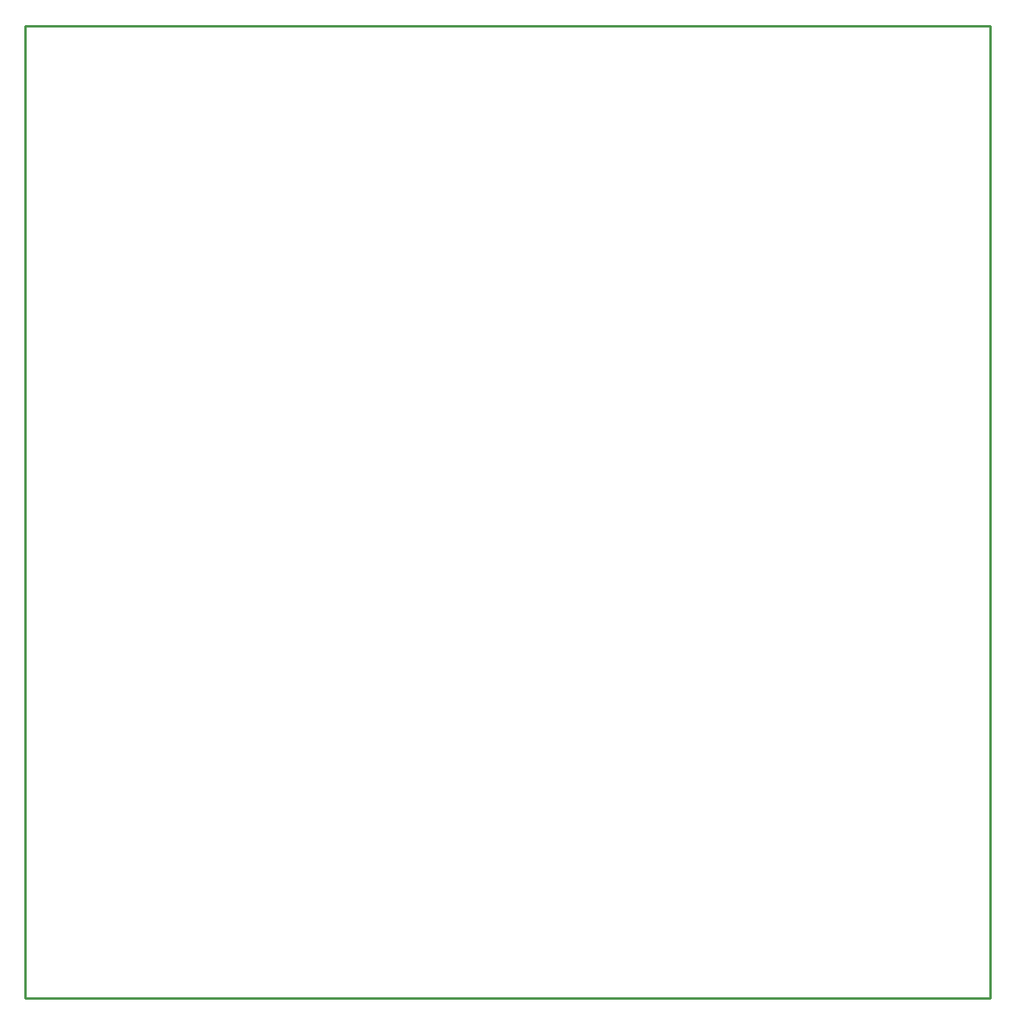
<source format=gko>
G04 Layer_Color=16711935*
%FSLAX25Y25*%
%MOIN*%
G70*
G01*
G75*
%ADD33C,0.01000*%
D33*
X397638Y0D02*
Y400500D01*
X0D02*
X397638D01*
X0Y0D02*
X397638D01*
X0D02*
Y400500D01*
M02*

</source>
